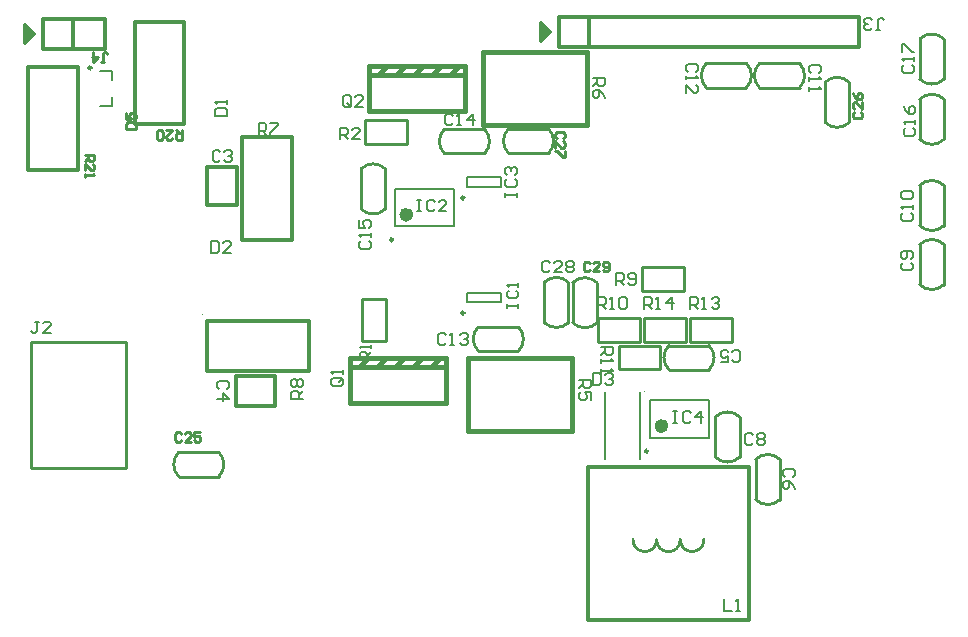
<source format=gto>
G04 Layer_Color=65535*
%FSLAX25Y25*%
%MOIN*%
G70*
G01*
G75*
%ADD30C,0.01181*%
%ADD31C,0.01000*%
%ADD33C,0.02362*%
%ADD47C,0.00984*%
%ADD48C,0.00394*%
%ADD49C,0.00787*%
%ADD50C,0.01575*%
%ADD51C,0.00591*%
D30*
X269016Y342402D02*
X289764D01*
Y332402D02*
Y342402D01*
X269016Y332402D02*
X289764D01*
X269016D02*
Y342402D01*
X279016Y332402D02*
Y342402D01*
X263016Y340402D02*
X266016Y337402D01*
X263016Y334402D02*
Y340402D01*
Y334402D02*
X266016Y337402D01*
X263016D02*
X266016D01*
X263016Y335402D02*
Y335902D01*
X264516Y337402D01*
Y337902D01*
X264016Y338402D02*
X264516Y337902D01*
X264173Y326378D02*
X280709D01*
X264173Y292126D02*
Y326378D01*
Y292126D02*
X280709D01*
Y326378D01*
X299632Y341624D02*
X316168D01*
X299632Y307372D02*
Y341624D01*
Y307372D02*
X316168D01*
Y341624D01*
X323622Y280315D02*
Y293307D01*
X333858D01*
Y280315D02*
Y293307D01*
X323622Y280315D02*
X333858D01*
X333451Y223618D02*
X346443D01*
Y213382D02*
Y223618D01*
X333451Y213382D02*
X346443D01*
X333451D02*
Y223618D01*
X441063Y343189D02*
X541063D01*
Y333189D02*
Y343189D01*
X441063Y333189D02*
X541063D01*
X441063D02*
Y343189D01*
X451063Y333189D02*
Y343189D01*
X435063Y341189D02*
X438063Y338189D01*
X435063Y335189D02*
Y341189D01*
Y335189D02*
X438063Y338189D01*
X435063D02*
X438063D01*
X435063Y336189D02*
Y336689D01*
X436563Y338189D01*
Y338689D01*
X436063Y339189D02*
X436563Y338689D01*
X450787Y142126D02*
X504331D01*
X450787D02*
Y193307D01*
X504331D01*
Y142126D02*
Y193307D01*
X335433Y268898D02*
Y303150D01*
X351968D01*
Y268898D02*
Y303150D01*
X335433Y268898D02*
X351968D01*
X323576Y241668D02*
X357827D01*
Y225132D02*
Y241668D01*
X323576Y225132D02*
X357827D01*
X323576D02*
Y241668D01*
D31*
X477707Y233635D02*
G03*
X477707Y225565I4035J-4035D01*
G01*
X491093D02*
G03*
X491093Y233635I-4035J4035D01*
G01*
X514665Y195669D02*
G03*
X506595Y195669I-4035J-4035D01*
G01*
Y182283D02*
G03*
X514665Y182283I4035J4035D01*
G01*
X493209Y196457D02*
G03*
X501279Y196457I4035J4035D01*
G01*
Y209842D02*
G03*
X493209Y209842I-4035J-4035D01*
G01*
X569390Y267323D02*
G03*
X561319Y267323I-4035J-4035D01*
G01*
Y253937D02*
G03*
X569390Y253937I4035J4035D01*
G01*
X561319Y273622D02*
G03*
X569390Y273622I4035J4035D01*
G01*
Y287008D02*
G03*
X561319Y287008I-4035J-4035D01*
G01*
X507874Y327658D02*
G03*
X507874Y319587I4035J-4035D01*
G01*
X521260D02*
G03*
X521260Y327658I-4035J4035D01*
G01*
X503543Y319587D02*
G03*
X503543Y327658I-4035J4035D01*
G01*
X490158D02*
G03*
X490158Y319587I4035J-4035D01*
G01*
X427559Y231791D02*
G03*
X427559Y239862I-4035J4035D01*
G01*
X414173D02*
G03*
X414173Y231791I4035J-4035D01*
G01*
X402862Y305717D02*
G03*
X402862Y297646I4035J-4035D01*
G01*
X416248D02*
G03*
X416248Y305717I-4035J4035D01*
G01*
X375098Y279134D02*
G03*
X383169Y279134I4035J4035D01*
G01*
Y292520D02*
G03*
X375098Y292520I-4035J-4035D01*
G01*
X569390Y315748D02*
G03*
X561319Y315748I-4035J-4035D01*
G01*
Y302362D02*
G03*
X569390Y302362I4035J4035D01*
G01*
X561319Y322441D02*
G03*
X569390Y322441I4035J4035D01*
G01*
Y335827D02*
G03*
X561319Y335827I-4035J-4035D01*
G01*
X481496Y168898D02*
G03*
X489370Y168898I3937J0D01*
G01*
X473622D02*
G03*
X481496Y168898I3937J0D01*
G01*
X465748D02*
G03*
X473622Y168898I3937J0D01*
G01*
X327693Y189965D02*
G03*
X327693Y198035I-4035J4035D01*
G01*
X314307D02*
G03*
X314307Y189965I4035J-4035D01*
G01*
X453735Y254593D02*
G03*
X445665Y254593I-4035J-4035D01*
G01*
Y241207D02*
G03*
X453735Y241207I4035J4035D01*
G01*
X444235Y254693D02*
G03*
X436165Y254693I-4035J-4035D01*
G01*
Y241307D02*
G03*
X444235Y241307I4035J4035D01*
G01*
X537835Y321393D02*
G03*
X529765Y321393I-4035J-4035D01*
G01*
Y308007D02*
G03*
X537835Y308007I4035J4035D01*
G01*
X437593Y297765D02*
G03*
X437593Y305835I-4035J4035D01*
G01*
X424207D02*
G03*
X424207Y297765I4035J-4035D01*
G01*
X477707Y225565D02*
X491093D01*
X477707Y233635D02*
X491093D01*
X506594Y182283D02*
Y195669D01*
X514665Y182283D02*
Y195669D01*
X501280Y196457D02*
Y209843D01*
X493209Y196457D02*
Y209843D01*
X561319Y253937D02*
Y267323D01*
X569390Y253937D02*
Y267323D01*
Y273622D02*
Y287008D01*
X561319Y273622D02*
Y287008D01*
X507874Y319587D02*
X521260D01*
X507874Y327657D02*
X521260D01*
X490157D02*
X503543D01*
X490157Y319587D02*
X503543D01*
X414173Y239862D02*
X427559D01*
X414173Y231791D02*
X427559D01*
X402862Y297646D02*
X416248D01*
X402862Y305717D02*
X416248D01*
X383169Y279134D02*
Y292520D01*
X375098Y279134D02*
Y292520D01*
X561319Y302362D02*
Y315748D01*
X569390Y302362D02*
Y315748D01*
Y322441D02*
Y335827D01*
X561319Y322441D02*
Y335827D01*
X264961Y192913D02*
X296850D01*
Y234646D01*
X264961D02*
X296850D01*
X264961Y192913D02*
Y234646D01*
X375363Y249088D02*
X383237D01*
Y235112D02*
Y249088D01*
X375363Y235112D02*
Y249088D01*
Y235112D02*
X383237D01*
X376476Y300787D02*
Y308661D01*
X390453D01*
X376476Y300787D02*
X390453D01*
Y308661D01*
X482579Y251969D02*
Y259842D01*
X468602Y251969D02*
X482579D01*
X468602Y259842D02*
X482579D01*
X468602Y251969D02*
Y259842D01*
X467918Y234952D02*
Y242826D01*
X453942Y234952D02*
X467918D01*
X453942Y242826D02*
X467918D01*
X453942Y234952D02*
Y242826D01*
X474888Y225663D02*
Y233537D01*
X460912Y225663D02*
X474888D01*
X460912Y233537D02*
X474888D01*
X460912Y225663D02*
Y233537D01*
X484650Y234952D02*
Y242826D01*
X498627D01*
X484650Y234952D02*
X498627D01*
Y242826D01*
X483272Y234952D02*
Y242826D01*
X469296Y234952D02*
X483272D01*
X469296Y242826D02*
X483272D01*
X469296Y234952D02*
Y242826D01*
X314307Y198035D02*
X327693D01*
X314307Y189965D02*
X327693D01*
X445665Y241207D02*
Y254593D01*
X453735Y241207D02*
Y254593D01*
X436165Y241307D02*
Y254693D01*
X444235Y241307D02*
Y254693D01*
X529765Y308007D02*
Y321393D01*
X537835Y308007D02*
Y321393D01*
X424207Y305835D02*
X437593D01*
X424207Y297765D02*
X437593D01*
X315199Y204124D02*
X314674Y204649D01*
X313625D01*
X313100Y204124D01*
Y202025D01*
X313625Y201500D01*
X314674D01*
X315199Y202025D01*
X318348Y201500D02*
X316249D01*
X318348Y203599D01*
Y204124D01*
X317823Y204649D01*
X316773D01*
X316249Y204124D01*
X321496Y204649D02*
X319397D01*
Y203074D01*
X320447Y203599D01*
X320971D01*
X321496Y203074D01*
Y202025D01*
X320971Y201500D01*
X319922D01*
X319397Y202025D01*
X296851Y305906D02*
X300000D01*
Y307480D01*
X299475Y308005D01*
X297376D01*
X296851Y307480D01*
Y305906D01*
Y311153D02*
Y309054D01*
X298426D01*
X297901Y310104D01*
Y310628D01*
X298426Y311153D01*
X299475D01*
X300000Y310628D01*
Y309579D01*
X299475Y309054D01*
X315380Y305404D02*
Y302255D01*
X313806D01*
X313281Y302780D01*
Y303830D01*
X313806Y304354D01*
X315380D01*
X314331D02*
X313281Y305404D01*
X310133D02*
X312232D01*
X310133Y303305D01*
Y302780D01*
X310657Y302255D01*
X311707D01*
X312232Y302780D01*
X309083D02*
X308558Y302255D01*
X307509D01*
X306984Y302780D01*
Y304879D01*
X307509Y305404D01*
X308558D01*
X309083Y304879D01*
Y302780D01*
X283071Y297244D02*
X286220D01*
Y295670D01*
X285695Y295145D01*
X284645D01*
X284120Y295670D01*
Y297244D01*
Y296195D02*
X283071Y295145D01*
Y291996D02*
Y294095D01*
X285170Y291996D01*
X285695D01*
X286220Y292521D01*
Y293571D01*
X285695Y294095D01*
X283071Y290947D02*
Y289897D01*
Y290422D01*
X286220D01*
X285695Y290947D01*
X288401Y328251D02*
X289451D01*
X288926D01*
Y330875D01*
X289451Y331400D01*
X289975D01*
X290500Y330875D01*
X285777Y331400D02*
Y328251D01*
X287351Y329826D01*
X285252D01*
X539476Y311499D02*
X538951Y310974D01*
Y309925D01*
X539476Y309400D01*
X541575D01*
X542100Y309925D01*
Y310974D01*
X541575Y311499D01*
X542100Y314648D02*
Y312549D01*
X540001Y314648D01*
X539476D01*
X538951Y314123D01*
Y313073D01*
X539476Y312549D01*
X538951Y317796D02*
X539476Y316747D01*
X540526Y315697D01*
X541575D01*
X542100Y316222D01*
Y317271D01*
X541575Y317796D01*
X541050D01*
X540526Y317271D01*
Y315697D01*
X442424Y302701D02*
X442949Y303226D01*
Y304275D01*
X442424Y304800D01*
X440325D01*
X439800Y304275D01*
Y303226D01*
X440325Y302701D01*
X439800Y299552D02*
Y301651D01*
X441899Y299552D01*
X442424D01*
X442949Y300077D01*
Y301127D01*
X442424Y301651D01*
X442949Y298503D02*
Y296404D01*
X442424D01*
X440325Y298503D01*
X439800D01*
X451399Y261024D02*
X450874Y261549D01*
X449825D01*
X449300Y261024D01*
Y258925D01*
X449825Y258400D01*
X450874D01*
X451399Y258925D01*
X454548Y258400D02*
X452449D01*
X454548Y260499D01*
Y261024D01*
X454023Y261549D01*
X452973D01*
X452449Y261024D01*
X455597Y258925D02*
X456122Y258400D01*
X457171D01*
X457696Y258925D01*
Y261024D01*
X457171Y261549D01*
X456122D01*
X455597Y261024D01*
Y260499D01*
X456122Y259974D01*
X457696D01*
D33*
X391358Y277264D02*
G03*
X391358Y277264I-1181J0D01*
G01*
X476398Y206791D02*
G03*
X476398Y206791I-1181J0D01*
G01*
D47*
X285236Y326181D02*
G03*
X285236Y326181I-492J0D01*
G01*
X409547Y244488D02*
G03*
X409547Y244488I-492J0D01*
G01*
X385728Y268898D02*
G03*
X385728Y268898I-492J0D01*
G01*
X409543Y282900D02*
G03*
X409543Y282900I-492J0D01*
G01*
X470768Y198425D02*
G03*
X470768Y198425I-492J0D01*
G01*
D48*
X332365Y319599D02*
G03*
X332365Y319599I-197J0D01*
G01*
X322198Y243968D02*
G03*
X322198Y243968I-197J0D01*
G01*
X469685Y218307D02*
G03*
X469685Y218307I-197J0D01*
G01*
D49*
X292126Y313386D02*
Y316535D01*
X288189Y313386D02*
X292126D01*
Y322047D02*
Y325197D01*
X288189D02*
X292126D01*
X456496Y195866D02*
Y218307D01*
X467913Y195866D02*
Y218307D01*
X421752Y248130D02*
Y251280D01*
X410335Y248130D02*
Y251280D01*
X421752D01*
X410335Y248130D02*
X421752D01*
X386240Y273327D02*
X405925D01*
X386240Y285925D02*
X405925D01*
X386240Y273327D02*
Y285925D01*
X405925Y273327D02*
Y285925D01*
X421747Y286542D02*
Y289691D01*
X410330Y286542D02*
Y289691D01*
X421747D01*
X410330Y286542D02*
X421747D01*
X490965Y202854D02*
Y215453D01*
X471280Y202854D02*
Y215453D01*
X490965D01*
X471280Y202854D02*
X490965D01*
D50*
X371300Y214600D02*
Y226600D01*
Y214600D02*
X403300D01*
Y226600D01*
X371300D02*
X403300D01*
X371300D02*
Y229600D01*
X403300D01*
Y226600D02*
Y229600D01*
X398300Y226600D02*
X401300Y229600D01*
X392300Y226600D02*
X395300Y229600D01*
X386300Y226600D02*
X389300Y229600D01*
X380300Y226600D02*
X383300Y229600D01*
X374300Y226600D02*
X377300Y229600D01*
X377800Y311800D02*
Y323800D01*
Y311800D02*
X409800D01*
Y323800D01*
X377800D02*
X409800D01*
X377800D02*
Y326800D01*
X409800D01*
Y323800D02*
Y326800D01*
X404800Y323800D02*
X407800Y326800D01*
X398800Y323800D02*
X401800Y326800D01*
X392800Y323800D02*
X395800Y326800D01*
X386800Y323800D02*
X389800Y326800D01*
X380800Y323800D02*
X383800Y326800D01*
X445346Y206772D02*
Y229606D01*
X411882Y205197D02*
X445346D01*
X410701D02*
X411882D01*
X445346D02*
Y206772D01*
X410701Y205197D02*
Y229606D01*
X445346D01*
X450464Y308740D02*
Y331575D01*
X417000Y307165D02*
X450464D01*
X415819D02*
X417000D01*
X450464D02*
Y308740D01*
X415819Y307165D02*
Y331575D01*
X450464D01*
D51*
X469400Y245900D02*
Y249836D01*
X471368D01*
X472024Y249180D01*
Y247868D01*
X471368Y247212D01*
X469400D01*
X470712D02*
X472024Y245900D01*
X473336D02*
X474648D01*
X473992D01*
Y249836D01*
X473336Y249180D01*
X478583Y245900D02*
Y249836D01*
X476615Y247868D01*
X479239D01*
X484700Y245900D02*
Y249836D01*
X486668D01*
X487324Y249180D01*
Y247868D01*
X486668Y247212D01*
X484700D01*
X486012D02*
X487324Y245900D01*
X488636D02*
X489948D01*
X489292D01*
Y249836D01*
X488636Y249180D01*
X491916D02*
X492571Y249836D01*
X493883D01*
X494539Y249180D01*
Y248524D01*
X493883Y247868D01*
X493227D01*
X493883D01*
X494539Y247212D01*
Y246556D01*
X493883Y245900D01*
X492571D01*
X491916Y246556D01*
X455200Y233000D02*
X459136D01*
Y231032D01*
X458480Y230376D01*
X457168D01*
X456512Y231032D01*
Y233000D01*
Y231688D02*
X455200Y230376D01*
Y229064D02*
Y227752D01*
Y228408D01*
X459136D01*
X458480Y229064D01*
X455200Y225784D02*
Y224473D01*
Y225129D01*
X459136D01*
X458480Y225784D01*
X454000Y245900D02*
Y249836D01*
X455968D01*
X456624Y249180D01*
Y247868D01*
X455968Y247212D01*
X454000D01*
X455312D02*
X456624Y245900D01*
X457936D02*
X459248D01*
X458592D01*
Y249836D01*
X457936Y249180D01*
X461215D02*
X461871Y249836D01*
X463183D01*
X463839Y249180D01*
Y246556D01*
X463183Y245900D01*
X461871D01*
X461215Y246556D01*
Y249180D01*
X460236Y253937D02*
Y257873D01*
X462204D01*
X462860Y257217D01*
Y255905D01*
X462204Y255249D01*
X460236D01*
X461548D02*
X462860Y253937D01*
X464172Y254593D02*
X464828Y253937D01*
X466140D01*
X466796Y254593D01*
Y257217D01*
X466140Y257873D01*
X464828D01*
X464172Y257217D01*
Y256561D01*
X464828Y255905D01*
X466796D01*
X355700Y215900D02*
X351764D01*
Y217868D01*
X352420Y218524D01*
X353732D01*
X354388Y217868D01*
Y215900D01*
Y217212D02*
X355700Y218524D01*
X352420Y219836D02*
X351764Y220492D01*
Y221804D01*
X352420Y222460D01*
X353076D01*
X353732Y221804D01*
X354388Y222460D01*
X355044D01*
X355700Y221804D01*
Y220492D01*
X355044Y219836D01*
X354388D01*
X353732Y220492D01*
X353076Y219836D01*
X352420D01*
X353732Y220492D02*
Y221804D01*
X340945Y303937D02*
Y307873D01*
X342913D01*
X343569Y307217D01*
Y305905D01*
X342913Y305249D01*
X340945D01*
X342257D02*
X343569Y303937D01*
X344881Y307873D02*
X347504D01*
Y307217D01*
X344881Y304593D01*
Y303937D01*
X452362Y322835D02*
X456298D01*
Y320867D01*
X455642Y320211D01*
X454330D01*
X453674Y320867D01*
Y322835D01*
Y321523D02*
X452362Y320211D01*
X456298Y316275D02*
X455642Y317587D01*
X454330Y318899D01*
X453018D01*
X452362Y318243D01*
Y316931D01*
X453018Y316275D01*
X453674D01*
X454330Y316931D01*
Y318899D01*
X447638Y222047D02*
X451574D01*
Y220079D01*
X450918Y219423D01*
X449606D01*
X448950Y220079D01*
Y222047D01*
Y220735D02*
X447638Y219423D01*
X451574Y215488D02*
Y218111D01*
X449606D01*
X450262Y216800D01*
Y216144D01*
X449606Y215488D01*
X448294D01*
X447638Y216144D01*
Y217456D01*
X448294Y218111D01*
X368110Y302362D02*
Y306298D01*
X370078D01*
X370734Y305642D01*
Y304330D01*
X370078Y303674D01*
X368110D01*
X369422D02*
X370734Y302362D01*
X374670D02*
X372046D01*
X374670Y304986D01*
Y305642D01*
X374014Y306298D01*
X372702D01*
X372046Y305642D01*
X378513Y228714D02*
X374577D01*
Y230682D01*
X375233Y231338D01*
X376545D01*
X377201Y230682D01*
Y228714D01*
Y230026D02*
X378513Y231338D01*
Y232650D02*
Y233962D01*
Y233306D01*
X374577D01*
X375233Y232650D01*
X371857Y313732D02*
Y316355D01*
X371201Y317011D01*
X369889D01*
X369233Y316355D01*
Y313732D01*
X369889Y313076D01*
X371201D01*
X370545Y314387D02*
X371857Y313076D01*
X371201D02*
X371857Y313732D01*
X375793Y313076D02*
X373169D01*
X375793Y315699D01*
Y316355D01*
X375137Y317011D01*
X373825D01*
X373169Y316355D01*
X368376Y222830D02*
X365753D01*
X365096Y222174D01*
Y220862D01*
X365753Y220206D01*
X368376D01*
X369032Y220862D01*
Y222174D01*
X367720Y221518D02*
X369032Y222830D01*
Y222174D02*
X368376Y222830D01*
X369032Y224142D02*
Y225454D01*
Y224798D01*
X365096D01*
X365753Y224142D01*
X496063Y149211D02*
Y145276D01*
X498687D01*
X499999D02*
X501311D01*
X500655D01*
Y149211D01*
X499999Y148555D01*
X546676Y338864D02*
X547988D01*
X547332D01*
Y342144D01*
X547988Y342800D01*
X548644D01*
X549300Y342144D01*
X545364Y339520D02*
X544708Y338864D01*
X543396D01*
X542740Y339520D01*
Y340176D01*
X543396Y340832D01*
X544052D01*
X543396D01*
X542740Y341488D01*
Y342144D01*
X543396Y342800D01*
X544708D01*
X545364Y342144D01*
X267724Y241636D02*
X266412D01*
X267068D01*
Y238356D01*
X266412Y237700D01*
X265756D01*
X265100Y238356D01*
X271660Y237700D02*
X269036D01*
X271660Y240324D01*
Y240980D01*
X271004Y241636D01*
X269692D01*
X269036Y240980D01*
X479134Y211810D02*
X480446D01*
X479790D01*
Y207874D01*
X479134D01*
X480446D01*
X485038Y211154D02*
X484381Y211810D01*
X483070D01*
X482414Y211154D01*
Y208530D01*
X483070Y207874D01*
X484381D01*
X485038Y208530D01*
X488317Y207874D02*
Y211810D01*
X486349Y209842D01*
X488973D01*
X423225Y283294D02*
Y284606D01*
Y283950D01*
X427161D01*
Y283294D01*
Y284606D01*
X423881Y289197D02*
X423225Y288541D01*
Y287229D01*
X423881Y286574D01*
X426505D01*
X427161Y287229D01*
Y288541D01*
X426505Y289197D01*
X423881Y290509D02*
X423225Y291165D01*
Y292477D01*
X423881Y293133D01*
X424537D01*
X425193Y292477D01*
Y291821D01*
Y292477D01*
X425849Y293133D01*
X426505D01*
X427161Y292477D01*
Y291165D01*
X426505Y290509D01*
X393701Y282282D02*
X395013D01*
X394357D01*
Y278346D01*
X393701D01*
X395013D01*
X399604Y281626D02*
X398948Y282282D01*
X397637D01*
X396981Y281626D01*
Y279002D01*
X397637Y278346D01*
X398948D01*
X399604Y279002D01*
X403540Y278346D02*
X400916D01*
X403540Y280970D01*
Y281626D01*
X402884Y282282D01*
X401572D01*
X400916Y281626D01*
X423623Y246063D02*
Y247375D01*
Y246719D01*
X427559D01*
Y246063D01*
Y247375D01*
X424279Y251967D02*
X423623Y251311D01*
Y249999D01*
X424279Y249343D01*
X426903D01*
X427559Y249999D01*
Y251311D01*
X426903Y251967D01*
X427559Y253278D02*
Y254590D01*
Y253935D01*
X423623D01*
X424279Y253278D01*
X452362Y224408D02*
Y220472D01*
X454330D01*
X454986Y221128D01*
Y223752D01*
X454330Y224408D01*
X452362D01*
X456298Y223752D02*
X456954Y224408D01*
X458266D01*
X458922Y223752D01*
Y223096D01*
X458266Y222440D01*
X457610D01*
X458266D01*
X458922Y221784D01*
Y221128D01*
X458266Y220472D01*
X456954D01*
X456298Y221128D01*
X325100Y268536D02*
Y264600D01*
X327068D01*
X327724Y265256D01*
Y267880D01*
X327068Y268536D01*
X325100D01*
X331660Y264600D02*
X329036D01*
X331660Y267224D01*
Y267880D01*
X331004Y268536D01*
X329692D01*
X329036Y267880D01*
X326460Y310150D02*
X330396D01*
Y312118D01*
X329740Y312774D01*
X327116D01*
X326460Y312118D01*
Y310150D01*
X330396Y314086D02*
Y315398D01*
Y314742D01*
X326460D01*
X327116Y314086D01*
X556169Y327033D02*
X555513Y326377D01*
Y325065D01*
X556169Y324409D01*
X558793D01*
X559449Y325065D01*
Y326377D01*
X558793Y327033D01*
X559449Y328345D02*
Y329657D01*
Y329001D01*
X555513D01*
X556169Y328345D01*
X555513Y331625D02*
Y334249D01*
X556169D01*
X558793Y331625D01*
X559449D01*
X556563Y306167D02*
X555907Y305511D01*
Y304199D01*
X556563Y303543D01*
X559187D01*
X559842Y304199D01*
Y305511D01*
X559187Y306167D01*
X559842Y307479D02*
Y308791D01*
Y308135D01*
X555907D01*
X556563Y307479D01*
X555907Y313383D02*
X556563Y312071D01*
X557875Y310759D01*
X559187D01*
X559842Y311415D01*
Y312727D01*
X559187Y313383D01*
X558531D01*
X557875Y312727D01*
Y310759D01*
X375067Y268372D02*
X374411Y267716D01*
Y266404D01*
X375067Y265748D01*
X377691D01*
X378346Y266404D01*
Y267716D01*
X377691Y268372D01*
X378346Y269684D02*
Y270996D01*
Y270340D01*
X374411D01*
X375067Y269684D01*
X374411Y275587D02*
Y272964D01*
X376379D01*
X375723Y274275D01*
Y274931D01*
X376379Y275587D01*
X377691D01*
X378346Y274931D01*
Y273620D01*
X377691Y272964D01*
X405824Y310280D02*
X405168Y310936D01*
X403856D01*
X403200Y310280D01*
Y307656D01*
X403856Y307000D01*
X405168D01*
X405824Y307656D01*
X407136Y307000D02*
X408448D01*
X407792D01*
Y310936D01*
X407136Y310280D01*
X412383Y307000D02*
Y310936D01*
X410416Y308968D01*
X413039D01*
X403411Y237138D02*
X402755Y237794D01*
X401443D01*
X400787Y237138D01*
Y234514D01*
X401443Y233858D01*
X402755D01*
X403411Y234514D01*
X404723Y233858D02*
X406035D01*
X405379D01*
Y237794D01*
X404723Y237138D01*
X408003D02*
X408659Y237794D01*
X409971D01*
X410627Y237138D01*
Y236482D01*
X409971Y235826D01*
X409315D01*
X409971D01*
X410627Y235170D01*
Y234514D01*
X409971Y233858D01*
X408659D01*
X408003Y234514D01*
X486744Y324935D02*
X487400Y325591D01*
Y326903D01*
X486744Y327559D01*
X484121D01*
X483465Y326903D01*
Y325591D01*
X484121Y324935D01*
X483465Y323623D02*
Y322311D01*
Y322967D01*
X487400D01*
X486744Y323623D01*
X483465Y317720D02*
Y320343D01*
X486088Y317720D01*
X486744D01*
X487400Y318376D01*
Y319688D01*
X486744Y320343D01*
X527689Y324541D02*
X528345Y325198D01*
Y326509D01*
X527689Y327165D01*
X525065D01*
X524409Y326509D01*
Y325198D01*
X525065Y324541D01*
X524409Y323230D02*
Y321918D01*
Y322574D01*
X528345D01*
X527689Y323230D01*
X524409Y319950D02*
Y318638D01*
Y319294D01*
X528345D01*
X527689Y319950D01*
X555775Y277821D02*
X555119Y277165D01*
Y275853D01*
X555775Y275197D01*
X558399D01*
X559055Y275853D01*
Y277165D01*
X558399Y277821D01*
X559055Y279133D02*
Y280445D01*
Y279788D01*
X555119D01*
X555775Y279133D01*
Y282412D02*
X555119Y283068D01*
Y284380D01*
X555775Y285036D01*
X558399D01*
X559055Y284380D01*
Y283068D01*
X558399Y282412D01*
X555775D01*
Y261285D02*
X555119Y260629D01*
Y259317D01*
X555775Y258661D01*
X558399D01*
X559055Y259317D01*
Y260629D01*
X558399Y261285D01*
Y262597D02*
X559055Y263253D01*
Y264565D01*
X558399Y265221D01*
X555775D01*
X555119Y264565D01*
Y263253D01*
X555775Y262597D01*
X556431D01*
X557087Y263253D01*
Y265221D01*
X505773Y203674D02*
X505118Y204329D01*
X503806D01*
X503150Y203674D01*
Y201050D01*
X503806Y200394D01*
X505118D01*
X505773Y201050D01*
X507085Y203674D02*
X507741Y204329D01*
X509053D01*
X509709Y203674D01*
Y203017D01*
X509053Y202362D01*
X509709Y201706D01*
Y201050D01*
X509053Y200394D01*
X507741D01*
X507085Y201050D01*
Y201706D01*
X507741Y202362D01*
X507085Y203017D01*
Y203674D01*
X507741Y202362D02*
X509053D01*
X519028Y189896D02*
X519684Y190552D01*
Y191864D01*
X519028Y192520D01*
X516404D01*
X515748Y191864D01*
Y190552D01*
X516404Y189896D01*
X519684Y185960D02*
X519028Y187272D01*
X517716Y188584D01*
X516404D01*
X515748Y187928D01*
Y186616D01*
X516404Y185960D01*
X517060D01*
X517716Y186616D01*
Y188584D01*
X498876Y228720D02*
X499532Y228064D01*
X500844D01*
X501500Y228720D01*
Y231344D01*
X500844Y232000D01*
X499532D01*
X498876Y231344D01*
X494940Y228064D02*
X497564D01*
Y230032D01*
X496252Y229376D01*
X495596D01*
X494940Y230032D01*
Y231344D01*
X495596Y232000D01*
X496908D01*
X497564Y231344D01*
X330431Y219026D02*
X331087Y219682D01*
Y220994D01*
X330431Y221650D01*
X327807D01*
X327151Y220994D01*
Y219682D01*
X327807Y219026D01*
X327151Y215746D02*
X331087D01*
X329119Y217714D01*
Y215090D01*
X328214Y298162D02*
X327558Y298818D01*
X326247D01*
X325590Y298162D01*
Y295538D01*
X326247Y294882D01*
X327558D01*
X328214Y295538D01*
X329526Y298162D02*
X330182Y298818D01*
X331494D01*
X332150Y298162D01*
Y297506D01*
X331494Y296850D01*
X330838D01*
X331494D01*
X332150Y296194D01*
Y295538D01*
X331494Y294882D01*
X330182D01*
X329526Y295538D01*
X438124Y261280D02*
X437468Y261936D01*
X436156D01*
X435500Y261280D01*
Y258656D01*
X436156Y258000D01*
X437468D01*
X438124Y258656D01*
X442060Y258000D02*
X439436D01*
X442060Y260624D01*
Y261280D01*
X441404Y261936D01*
X440092D01*
X439436Y261280D01*
X443371D02*
X444027Y261936D01*
X445339D01*
X445995Y261280D01*
Y260624D01*
X445339Y259968D01*
X445995Y259312D01*
Y258656D01*
X445339Y258000D01*
X444027D01*
X443371Y258656D01*
Y259312D01*
X444027Y259968D01*
X443371Y260624D01*
Y261280D01*
X444027Y259968D02*
X445339D01*
M02*

</source>
